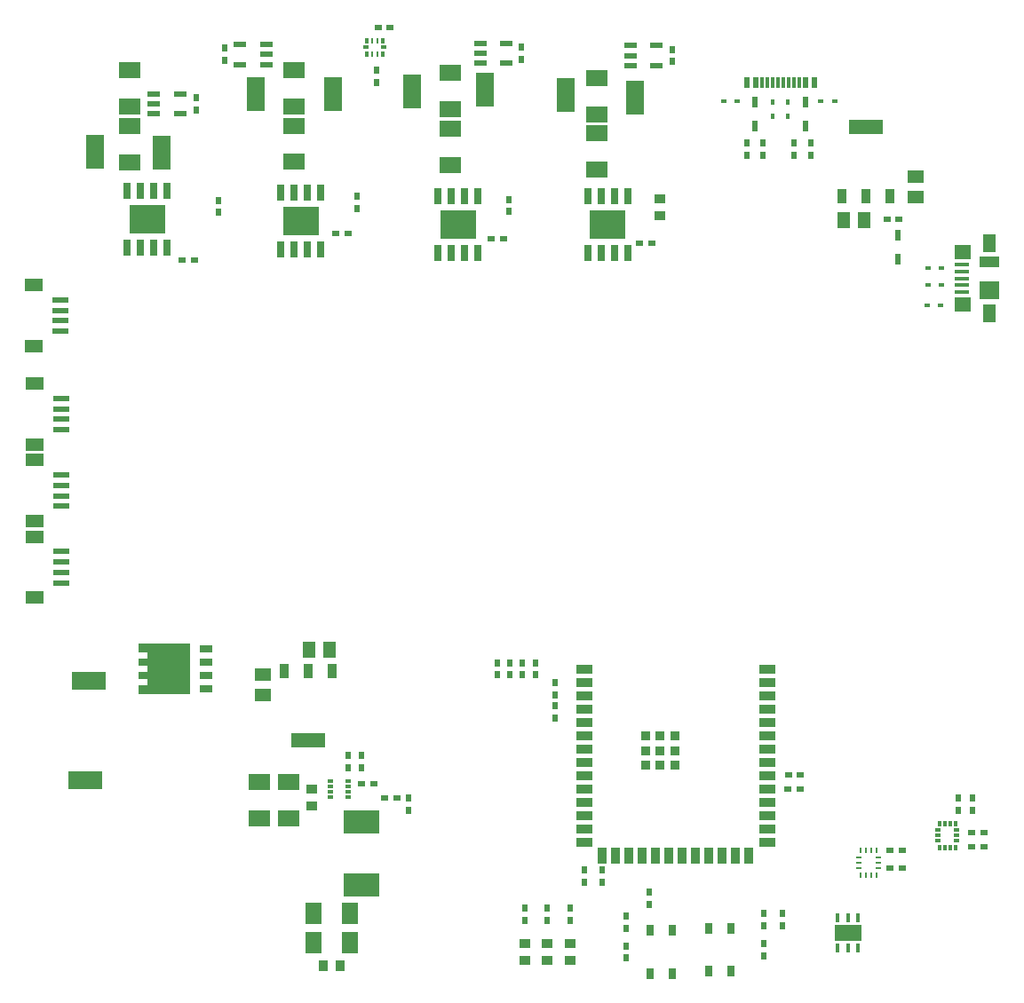
<source format=gbr>
%TF.GenerationSoftware,Altium Limited,Altium Designer,21.7.2 (23)*%
G04 Layer_Color=8421504*
%FSLAX24Y24*%
%MOIN*%
%TF.SameCoordinates,DA776ED6-ADCF-4D54-B547-66972558000F*%
%TF.FilePolarity,Positive*%
%TF.FileFunction,Paste,Top*%
%TF.Part,Single*%
G01*
G75*
%TA.AperFunction,SMDPad,CuDef*%
%ADD10R,0.0236X0.0250*%
%ADD11R,0.0472X0.0236*%
%ADD12R,0.0787X0.0600*%
%TA.AperFunction,BGAPad,CuDef*%
%ADD13R,0.0354X0.0354*%
%TA.AperFunction,SMDPad,CuDef*%
%ADD14R,0.0591X0.0354*%
%ADD15R,0.0354X0.0591*%
%ADD16R,0.0250X0.0236*%
%ADD17R,0.0472X0.0256*%
%ADD18R,0.1181X0.1575*%
%ADD19R,0.0394X0.0380*%
%TA.AperFunction,ConnectorPad*%
%ADD20R,0.0630X0.0236*%
%ADD21R,0.0709X0.0472*%
%TA.AperFunction,SMDPad,CuDef*%
%ADD22R,0.0118X0.0226*%
%ADD23R,0.0098X0.0226*%
%ADD24R,0.0248X0.0138*%
%ADD25R,0.0709X0.1260*%
%ADD26R,0.1339X0.1067*%
%ADD27R,0.0256X0.0600*%
%ADD28R,0.0118X0.0433*%
%ADD29R,0.0236X0.0433*%
%ADD30R,0.0177X0.0335*%
%ADD31R,0.0984X0.0630*%
%ADD32R,0.0098X0.0187*%
%ADD33R,0.0187X0.0098*%
%ADD34R,0.0236X0.0118*%
%ADD35R,0.0118X0.0236*%
%ADD36R,0.0600X0.0787*%
%ADD37R,0.0187X0.0118*%
%ADD38R,0.1378X0.0906*%
%ADD39R,0.1260X0.0709*%
%ADD40R,0.0374X0.0571*%
%ADD41R,0.1280X0.0571*%
%ADD42R,0.0591X0.0450*%
%ADD43R,0.0189X0.0157*%
%ADD44R,0.0197X0.0423*%
%ADD45R,0.0543X0.0177*%
%ADD46R,0.0610X0.0561*%
%ADD47R,0.0512X0.0650*%
%ADD48R,0.0748X0.0709*%
%ADD49R,0.0748X0.0394*%
%ADD50R,0.0256X0.0413*%
%TA.AperFunction,ConnectorPad*%
%ADD51R,0.0256X0.0413*%
%TA.AperFunction,SMDPad,CuDef*%
%ADD52R,0.0157X0.0189*%
%ADD53R,0.0450X0.0591*%
%ADD54R,0.0380X0.0394*%
G36*
X6535Y11575D02*
X4606D01*
Y11890D01*
X4921D01*
Y12126D01*
X4606D01*
Y12402D01*
X4921D01*
Y12638D01*
X4606D01*
Y12913D01*
X4921D01*
Y13150D01*
X4606D01*
Y13465D01*
X6535D01*
Y11575D01*
D02*
G37*
D10*
X24646Y35321D02*
D03*
Y35781D02*
D03*
X18976Y35400D02*
D03*
Y35860D02*
D03*
X7835Y35821D02*
D03*
Y35361D02*
D03*
X28780Y3340D02*
D03*
Y2880D02*
D03*
X19094Y3537D02*
D03*
Y3077D02*
D03*
X19921Y3537D02*
D03*
Y3077D02*
D03*
X20787Y3531D02*
D03*
Y3071D02*
D03*
X13543Y34534D02*
D03*
Y34994D02*
D03*
X7598Y30112D02*
D03*
Y29652D02*
D03*
X12815Y30269D02*
D03*
Y29809D02*
D03*
X18484Y30151D02*
D03*
Y29691D02*
D03*
X6772Y33510D02*
D03*
Y33970D02*
D03*
X23775Y4126D02*
D03*
Y3666D02*
D03*
X28071Y2199D02*
D03*
Y1739D02*
D03*
Y2880D02*
D03*
Y3340D02*
D03*
X22908Y2767D02*
D03*
Y3227D02*
D03*
Y2118D02*
D03*
Y1658D02*
D03*
X27441Y32277D02*
D03*
Y31817D02*
D03*
X29843Y32277D02*
D03*
Y31817D02*
D03*
X20236Y11542D02*
D03*
Y12002D02*
D03*
Y11136D02*
D03*
Y10676D02*
D03*
X19488Y12290D02*
D03*
Y12750D02*
D03*
X19016Y12290D02*
D03*
Y12750D02*
D03*
X18543D02*
D03*
Y12290D02*
D03*
X18071D02*
D03*
Y12750D02*
D03*
X28031Y31817D02*
D03*
Y32277D02*
D03*
X29213Y31817D02*
D03*
Y32277D02*
D03*
X21339Y4494D02*
D03*
Y4954D02*
D03*
X22008D02*
D03*
Y4494D02*
D03*
X35354Y7671D02*
D03*
Y7211D02*
D03*
X35906Y7671D02*
D03*
Y7211D02*
D03*
X14724Y7211D02*
D03*
Y7671D02*
D03*
X12953Y8792D02*
D03*
Y9252D02*
D03*
X12480Y8792D02*
D03*
Y9252D02*
D03*
D11*
X24035Y35925D02*
D03*
Y35177D02*
D03*
X23051D02*
D03*
Y35551D02*
D03*
Y35925D02*
D03*
X18406Y36004D02*
D03*
Y35256D02*
D03*
X17421D02*
D03*
Y35630D02*
D03*
Y36004D02*
D03*
X8406Y35217D02*
D03*
Y35965D02*
D03*
X9390D02*
D03*
Y35591D02*
D03*
Y35217D02*
D03*
X6161Y34114D02*
D03*
Y33366D02*
D03*
X5177D02*
D03*
Y33740D02*
D03*
Y34114D02*
D03*
D12*
X21811Y32620D02*
D03*
Y31260D02*
D03*
X16299Y32806D02*
D03*
Y31446D02*
D03*
X10433Y32913D02*
D03*
Y31553D02*
D03*
X4252Y32895D02*
D03*
Y31535D02*
D03*
X10433Y33651D02*
D03*
Y35011D02*
D03*
X16299Y33533D02*
D03*
Y34893D02*
D03*
X4252Y33651D02*
D03*
Y35011D02*
D03*
X21811Y33346D02*
D03*
Y34706D02*
D03*
X9134Y6918D02*
D03*
Y8278D02*
D03*
X10236Y6918D02*
D03*
Y8278D02*
D03*
D13*
X24173Y10000D02*
D03*
X24724D02*
D03*
Y9449D02*
D03*
Y8898D02*
D03*
X24173D02*
D03*
X23622D02*
D03*
Y9449D02*
D03*
Y10000D02*
D03*
X24173Y9449D02*
D03*
D14*
X28209Y12488D02*
D03*
Y11988D02*
D03*
Y11488D02*
D03*
Y10988D02*
D03*
Y10488D02*
D03*
Y9988D02*
D03*
Y9488D02*
D03*
Y8988D02*
D03*
Y8488D02*
D03*
Y7988D02*
D03*
Y7488D02*
D03*
Y6988D02*
D03*
Y6488D02*
D03*
Y5988D02*
D03*
X21319D02*
D03*
Y6488D02*
D03*
Y6988D02*
D03*
Y7488D02*
D03*
Y7988D02*
D03*
Y8488D02*
D03*
Y8988D02*
D03*
Y9488D02*
D03*
Y9988D02*
D03*
Y10488D02*
D03*
Y10988D02*
D03*
Y11488D02*
D03*
Y11988D02*
D03*
Y12488D02*
D03*
D15*
X27514Y5496D02*
D03*
X27014D02*
D03*
X26514D02*
D03*
X26014D02*
D03*
X25514D02*
D03*
X25014D02*
D03*
X24514D02*
D03*
X24014D02*
D03*
X23514D02*
D03*
X23014D02*
D03*
X22514D02*
D03*
X22014D02*
D03*
D16*
X32801Y5709D02*
D03*
X33261D02*
D03*
Y5039D02*
D03*
X32801D02*
D03*
X29443Y8543D02*
D03*
X28983D02*
D03*
X29436Y7992D02*
D03*
X28976D02*
D03*
X14049Y36614D02*
D03*
X13589D02*
D03*
X6233Y27874D02*
D03*
X6693D02*
D03*
X11994Y28858D02*
D03*
X12454D02*
D03*
X17827Y28661D02*
D03*
X18287D02*
D03*
X23412Y28504D02*
D03*
X23872D02*
D03*
X33143Y29409D02*
D03*
X32683D02*
D03*
X36326Y6378D02*
D03*
X35866D02*
D03*
X36326Y5827D02*
D03*
X35866D02*
D03*
X13419Y8189D02*
D03*
X12959D02*
D03*
X13825Y7677D02*
D03*
X14285D02*
D03*
D17*
X7130Y11770D02*
D03*
Y12270D02*
D03*
Y12770D02*
D03*
Y13270D02*
D03*
D18*
X5748Y12520D02*
D03*
D19*
X20787Y1570D02*
D03*
Y2210D02*
D03*
X24154Y30163D02*
D03*
Y29523D02*
D03*
X19921Y1570D02*
D03*
Y2210D02*
D03*
X19094D02*
D03*
Y1570D02*
D03*
X11102Y7357D02*
D03*
Y7997D02*
D03*
D20*
X1654Y25984D02*
D03*
Y25197D02*
D03*
Y25591D02*
D03*
Y26378D02*
D03*
X1693Y22283D02*
D03*
Y21496D02*
D03*
Y21890D02*
D03*
Y22677D02*
D03*
Y19409D02*
D03*
Y18622D02*
D03*
Y19016D02*
D03*
Y19803D02*
D03*
Y16535D02*
D03*
Y15748D02*
D03*
Y16142D02*
D03*
Y16929D02*
D03*
D21*
X669Y26929D02*
D03*
Y24646D02*
D03*
X709Y23228D02*
D03*
Y20945D02*
D03*
Y20354D02*
D03*
Y18071D02*
D03*
Y17480D02*
D03*
Y15197D02*
D03*
D22*
X13760Y36117D02*
D03*
X13169D02*
D03*
Y35615D02*
D03*
X13760D02*
D03*
D23*
X13563Y36117D02*
D03*
X13366D02*
D03*
Y35615D02*
D03*
X13563D02*
D03*
D24*
X13126Y35866D02*
D03*
X13803D02*
D03*
D25*
X14882Y34213D02*
D03*
X11890Y34094D02*
D03*
X9016D02*
D03*
X2953Y31929D02*
D03*
X17598Y34252D02*
D03*
X5472Y31890D02*
D03*
X20630Y34055D02*
D03*
X23228Y33976D02*
D03*
D26*
X16594Y29213D02*
D03*
X4921Y29409D02*
D03*
X10689Y29331D02*
D03*
X22209Y29215D02*
D03*
D27*
X15844Y30280D02*
D03*
X16344D02*
D03*
X16844D02*
D03*
X17344D02*
D03*
Y28145D02*
D03*
X16844D02*
D03*
X16344D02*
D03*
X15844D02*
D03*
X4171Y30477D02*
D03*
X4671D02*
D03*
X5171D02*
D03*
X5671D02*
D03*
Y28342D02*
D03*
X5171D02*
D03*
X4671D02*
D03*
X4171D02*
D03*
X9939Y30398D02*
D03*
X10439D02*
D03*
X10939D02*
D03*
X11439D02*
D03*
Y28263D02*
D03*
X10939D02*
D03*
X10439D02*
D03*
X9939D02*
D03*
X21459Y30283D02*
D03*
X21959D02*
D03*
X22459D02*
D03*
X22959D02*
D03*
Y28147D02*
D03*
X22459D02*
D03*
X21959D02*
D03*
X21459D02*
D03*
D28*
X29390Y34528D02*
D03*
X28996D02*
D03*
X28406D02*
D03*
X28012D02*
D03*
X28209D02*
D03*
X28602D02*
D03*
X28799D02*
D03*
X29193D02*
D03*
D29*
X27441D02*
D03*
X27756D02*
D03*
X29646D02*
D03*
X29961D02*
D03*
D30*
X30827Y2028D02*
D03*
X31220D02*
D03*
X31614D02*
D03*
Y3169D02*
D03*
X31220D02*
D03*
X30827D02*
D03*
D31*
X31220Y2598D02*
D03*
D32*
X31713Y4778D02*
D03*
X31909D02*
D03*
X32106D02*
D03*
X32303D02*
D03*
Y5694D02*
D03*
X32106D02*
D03*
X31909D02*
D03*
X31713D02*
D03*
D33*
X32367Y5039D02*
D03*
Y5236D02*
D03*
Y5433D02*
D03*
X31648D02*
D03*
Y5236D02*
D03*
Y5039D02*
D03*
D34*
X34606Y6063D02*
D03*
Y6260D02*
D03*
Y6457D02*
D03*
X35315D02*
D03*
Y6260D02*
D03*
Y6063D02*
D03*
D35*
X34665Y6713D02*
D03*
X34862D02*
D03*
X35059D02*
D03*
X35256D02*
D03*
Y5807D02*
D03*
X35059D02*
D03*
X34862D02*
D03*
X34665D02*
D03*
D36*
X12530Y2244D02*
D03*
X11170D02*
D03*
Y3346D02*
D03*
X12530D02*
D03*
D37*
X12456Y8287D02*
D03*
Y8091D02*
D03*
Y7894D02*
D03*
Y7697D02*
D03*
X11796D02*
D03*
Y7894D02*
D03*
Y8091D02*
D03*
Y8287D02*
D03*
D38*
X12953Y6772D02*
D03*
Y4409D02*
D03*
D39*
X2598Y8346D02*
D03*
X2733Y12058D02*
D03*
D40*
X30988Y30276D02*
D03*
X31890D02*
D03*
X32791D02*
D03*
X11882Y12441D02*
D03*
X10980D02*
D03*
X10079D02*
D03*
D41*
X31890Y32874D02*
D03*
X10980Y9843D02*
D03*
D42*
X9252Y11535D02*
D03*
Y12295D02*
D03*
X33780Y30250D02*
D03*
Y31010D02*
D03*
D43*
X34189Y26181D02*
D03*
X34709D02*
D03*
X27071Y33819D02*
D03*
X26551D02*
D03*
X30213D02*
D03*
X30732D02*
D03*
X34748Y26929D02*
D03*
X34228D02*
D03*
X34748Y27559D02*
D03*
X34228D02*
D03*
D44*
X27717Y32889D02*
D03*
Y33804D02*
D03*
X33110Y27889D02*
D03*
Y28804D02*
D03*
X29646Y32889D02*
D03*
Y33804D02*
D03*
D45*
X35488Y26673D02*
D03*
Y26929D02*
D03*
Y27185D02*
D03*
Y27441D02*
D03*
Y27697D02*
D03*
D46*
X35522Y26206D02*
D03*
Y28164D02*
D03*
D47*
X36535Y25856D02*
D03*
Y28514D02*
D03*
D48*
Y26732D02*
D03*
D49*
Y27795D02*
D03*
D50*
X24631Y2705D02*
D03*
Y1072D02*
D03*
X23784Y2705D02*
D03*
Y1072D02*
D03*
D51*
X25994Y1152D02*
D03*
Y2785D02*
D03*
X26841Y1152D02*
D03*
Y2785D02*
D03*
D52*
X28976Y33803D02*
D03*
Y33283D02*
D03*
X28386Y33803D02*
D03*
Y33283D02*
D03*
D53*
X10998Y13228D02*
D03*
X11758D02*
D03*
X31837Y29370D02*
D03*
X31077D02*
D03*
D54*
X11530Y1378D02*
D03*
X12170D02*
D03*
%TF.MD5,52e59f712a95e197eb0d2212b01c8796*%
M02*

</source>
